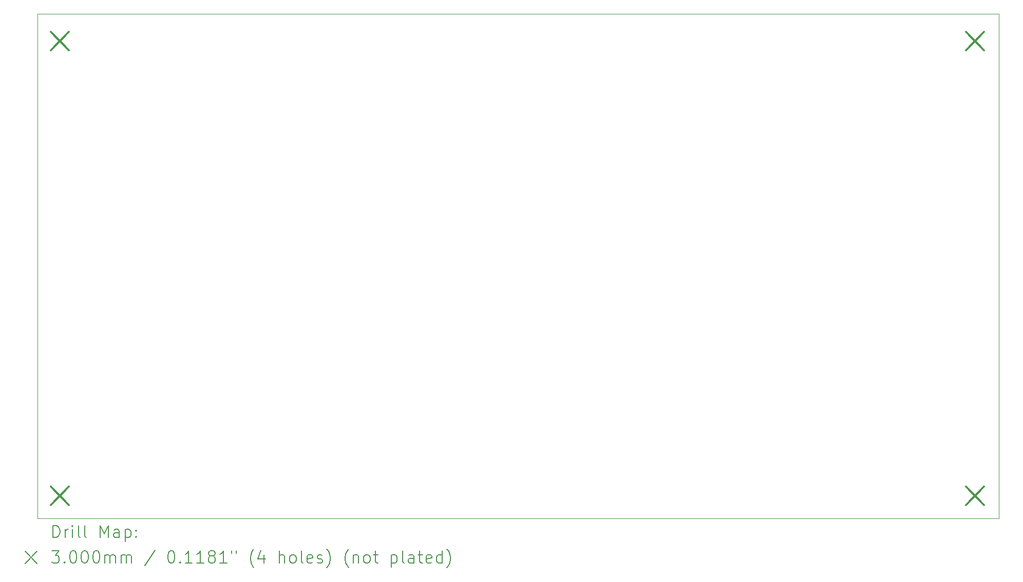
<source format=gbr>
%TF.GenerationSoftware,KiCad,Pcbnew,9.0.1*%
%TF.CreationDate,2025-05-20T14:35:32+01:00*%
%TF.ProjectId,DST,4453542e-6b69-4636-9164-5f7063625858,rev?*%
%TF.SameCoordinates,Original*%
%TF.FileFunction,Drillmap*%
%TF.FilePolarity,Positive*%
%FSLAX45Y45*%
G04 Gerber Fmt 4.5, Leading zero omitted, Abs format (unit mm)*
G04 Created by KiCad (PCBNEW 9.0.1) date 2025-05-20 14:35:32*
%MOMM*%
%LPD*%
G01*
G04 APERTURE LIST*
%ADD10C,0.050000*%
%ADD11C,0.200000*%
%ADD12C,0.300000*%
G04 APERTURE END LIST*
D10*
X9420000Y-4980000D02*
X25270000Y-4980000D01*
X25270000Y-13305000D01*
X9420000Y-13305000D01*
X9420000Y-4980000D01*
D11*
D12*
X9640000Y-5280000D02*
X9940000Y-5580000D01*
X9940000Y-5280000D02*
X9640000Y-5580000D01*
X9640000Y-12780000D02*
X9940000Y-13080000D01*
X9940000Y-12780000D02*
X9640000Y-13080000D01*
X24730000Y-5280000D02*
X25030000Y-5580000D01*
X25030000Y-5280000D02*
X24730000Y-5580000D01*
X24730000Y-12780000D02*
X25030000Y-13080000D01*
X25030000Y-12780000D02*
X24730000Y-13080000D01*
D11*
X9678277Y-13618984D02*
X9678277Y-13418984D01*
X9678277Y-13418984D02*
X9725896Y-13418984D01*
X9725896Y-13418984D02*
X9754467Y-13428508D01*
X9754467Y-13428508D02*
X9773515Y-13447555D01*
X9773515Y-13447555D02*
X9783039Y-13466603D01*
X9783039Y-13466603D02*
X9792563Y-13504698D01*
X9792563Y-13504698D02*
X9792563Y-13533269D01*
X9792563Y-13533269D02*
X9783039Y-13571365D01*
X9783039Y-13571365D02*
X9773515Y-13590412D01*
X9773515Y-13590412D02*
X9754467Y-13609460D01*
X9754467Y-13609460D02*
X9725896Y-13618984D01*
X9725896Y-13618984D02*
X9678277Y-13618984D01*
X9878277Y-13618984D02*
X9878277Y-13485650D01*
X9878277Y-13523746D02*
X9887801Y-13504698D01*
X9887801Y-13504698D02*
X9897324Y-13495174D01*
X9897324Y-13495174D02*
X9916372Y-13485650D01*
X9916372Y-13485650D02*
X9935420Y-13485650D01*
X10002086Y-13618984D02*
X10002086Y-13485650D01*
X10002086Y-13418984D02*
X9992563Y-13428508D01*
X9992563Y-13428508D02*
X10002086Y-13438031D01*
X10002086Y-13438031D02*
X10011610Y-13428508D01*
X10011610Y-13428508D02*
X10002086Y-13418984D01*
X10002086Y-13418984D02*
X10002086Y-13438031D01*
X10125896Y-13618984D02*
X10106848Y-13609460D01*
X10106848Y-13609460D02*
X10097324Y-13590412D01*
X10097324Y-13590412D02*
X10097324Y-13418984D01*
X10230658Y-13618984D02*
X10211610Y-13609460D01*
X10211610Y-13609460D02*
X10202086Y-13590412D01*
X10202086Y-13590412D02*
X10202086Y-13418984D01*
X10459229Y-13618984D02*
X10459229Y-13418984D01*
X10459229Y-13418984D02*
X10525896Y-13561841D01*
X10525896Y-13561841D02*
X10592563Y-13418984D01*
X10592563Y-13418984D02*
X10592563Y-13618984D01*
X10773515Y-13618984D02*
X10773515Y-13514222D01*
X10773515Y-13514222D02*
X10763991Y-13495174D01*
X10763991Y-13495174D02*
X10744944Y-13485650D01*
X10744944Y-13485650D02*
X10706848Y-13485650D01*
X10706848Y-13485650D02*
X10687801Y-13495174D01*
X10773515Y-13609460D02*
X10754467Y-13618984D01*
X10754467Y-13618984D02*
X10706848Y-13618984D01*
X10706848Y-13618984D02*
X10687801Y-13609460D01*
X10687801Y-13609460D02*
X10678277Y-13590412D01*
X10678277Y-13590412D02*
X10678277Y-13571365D01*
X10678277Y-13571365D02*
X10687801Y-13552317D01*
X10687801Y-13552317D02*
X10706848Y-13542793D01*
X10706848Y-13542793D02*
X10754467Y-13542793D01*
X10754467Y-13542793D02*
X10773515Y-13533269D01*
X10868753Y-13485650D02*
X10868753Y-13685650D01*
X10868753Y-13495174D02*
X10887801Y-13485650D01*
X10887801Y-13485650D02*
X10925896Y-13485650D01*
X10925896Y-13485650D02*
X10944944Y-13495174D01*
X10944944Y-13495174D02*
X10954467Y-13504698D01*
X10954467Y-13504698D02*
X10963991Y-13523746D01*
X10963991Y-13523746D02*
X10963991Y-13580888D01*
X10963991Y-13580888D02*
X10954467Y-13599936D01*
X10954467Y-13599936D02*
X10944944Y-13609460D01*
X10944944Y-13609460D02*
X10925896Y-13618984D01*
X10925896Y-13618984D02*
X10887801Y-13618984D01*
X10887801Y-13618984D02*
X10868753Y-13609460D01*
X11049705Y-13599936D02*
X11059229Y-13609460D01*
X11059229Y-13609460D02*
X11049705Y-13618984D01*
X11049705Y-13618984D02*
X11040182Y-13609460D01*
X11040182Y-13609460D02*
X11049705Y-13599936D01*
X11049705Y-13599936D02*
X11049705Y-13618984D01*
X11049705Y-13495174D02*
X11059229Y-13504698D01*
X11059229Y-13504698D02*
X11049705Y-13514222D01*
X11049705Y-13514222D02*
X11040182Y-13504698D01*
X11040182Y-13504698D02*
X11049705Y-13495174D01*
X11049705Y-13495174D02*
X11049705Y-13514222D01*
X9217500Y-13847500D02*
X9417500Y-14047500D01*
X9417500Y-13847500D02*
X9217500Y-14047500D01*
X9659229Y-13838984D02*
X9783039Y-13838984D01*
X9783039Y-13838984D02*
X9716372Y-13915174D01*
X9716372Y-13915174D02*
X9744944Y-13915174D01*
X9744944Y-13915174D02*
X9763991Y-13924698D01*
X9763991Y-13924698D02*
X9773515Y-13934222D01*
X9773515Y-13934222D02*
X9783039Y-13953269D01*
X9783039Y-13953269D02*
X9783039Y-14000888D01*
X9783039Y-14000888D02*
X9773515Y-14019936D01*
X9773515Y-14019936D02*
X9763991Y-14029460D01*
X9763991Y-14029460D02*
X9744944Y-14038984D01*
X9744944Y-14038984D02*
X9687801Y-14038984D01*
X9687801Y-14038984D02*
X9668753Y-14029460D01*
X9668753Y-14029460D02*
X9659229Y-14019936D01*
X9868753Y-14019936D02*
X9878277Y-14029460D01*
X9878277Y-14029460D02*
X9868753Y-14038984D01*
X9868753Y-14038984D02*
X9859229Y-14029460D01*
X9859229Y-14029460D02*
X9868753Y-14019936D01*
X9868753Y-14019936D02*
X9868753Y-14038984D01*
X10002086Y-13838984D02*
X10021134Y-13838984D01*
X10021134Y-13838984D02*
X10040182Y-13848508D01*
X10040182Y-13848508D02*
X10049705Y-13858031D01*
X10049705Y-13858031D02*
X10059229Y-13877079D01*
X10059229Y-13877079D02*
X10068753Y-13915174D01*
X10068753Y-13915174D02*
X10068753Y-13962793D01*
X10068753Y-13962793D02*
X10059229Y-14000888D01*
X10059229Y-14000888D02*
X10049705Y-14019936D01*
X10049705Y-14019936D02*
X10040182Y-14029460D01*
X10040182Y-14029460D02*
X10021134Y-14038984D01*
X10021134Y-14038984D02*
X10002086Y-14038984D01*
X10002086Y-14038984D02*
X9983039Y-14029460D01*
X9983039Y-14029460D02*
X9973515Y-14019936D01*
X9973515Y-14019936D02*
X9963991Y-14000888D01*
X9963991Y-14000888D02*
X9954467Y-13962793D01*
X9954467Y-13962793D02*
X9954467Y-13915174D01*
X9954467Y-13915174D02*
X9963991Y-13877079D01*
X9963991Y-13877079D02*
X9973515Y-13858031D01*
X9973515Y-13858031D02*
X9983039Y-13848508D01*
X9983039Y-13848508D02*
X10002086Y-13838984D01*
X10192563Y-13838984D02*
X10211610Y-13838984D01*
X10211610Y-13838984D02*
X10230658Y-13848508D01*
X10230658Y-13848508D02*
X10240182Y-13858031D01*
X10240182Y-13858031D02*
X10249705Y-13877079D01*
X10249705Y-13877079D02*
X10259229Y-13915174D01*
X10259229Y-13915174D02*
X10259229Y-13962793D01*
X10259229Y-13962793D02*
X10249705Y-14000888D01*
X10249705Y-14000888D02*
X10240182Y-14019936D01*
X10240182Y-14019936D02*
X10230658Y-14029460D01*
X10230658Y-14029460D02*
X10211610Y-14038984D01*
X10211610Y-14038984D02*
X10192563Y-14038984D01*
X10192563Y-14038984D02*
X10173515Y-14029460D01*
X10173515Y-14029460D02*
X10163991Y-14019936D01*
X10163991Y-14019936D02*
X10154467Y-14000888D01*
X10154467Y-14000888D02*
X10144944Y-13962793D01*
X10144944Y-13962793D02*
X10144944Y-13915174D01*
X10144944Y-13915174D02*
X10154467Y-13877079D01*
X10154467Y-13877079D02*
X10163991Y-13858031D01*
X10163991Y-13858031D02*
X10173515Y-13848508D01*
X10173515Y-13848508D02*
X10192563Y-13838984D01*
X10383039Y-13838984D02*
X10402086Y-13838984D01*
X10402086Y-13838984D02*
X10421134Y-13848508D01*
X10421134Y-13848508D02*
X10430658Y-13858031D01*
X10430658Y-13858031D02*
X10440182Y-13877079D01*
X10440182Y-13877079D02*
X10449705Y-13915174D01*
X10449705Y-13915174D02*
X10449705Y-13962793D01*
X10449705Y-13962793D02*
X10440182Y-14000888D01*
X10440182Y-14000888D02*
X10430658Y-14019936D01*
X10430658Y-14019936D02*
X10421134Y-14029460D01*
X10421134Y-14029460D02*
X10402086Y-14038984D01*
X10402086Y-14038984D02*
X10383039Y-14038984D01*
X10383039Y-14038984D02*
X10363991Y-14029460D01*
X10363991Y-14029460D02*
X10354467Y-14019936D01*
X10354467Y-14019936D02*
X10344944Y-14000888D01*
X10344944Y-14000888D02*
X10335420Y-13962793D01*
X10335420Y-13962793D02*
X10335420Y-13915174D01*
X10335420Y-13915174D02*
X10344944Y-13877079D01*
X10344944Y-13877079D02*
X10354467Y-13858031D01*
X10354467Y-13858031D02*
X10363991Y-13848508D01*
X10363991Y-13848508D02*
X10383039Y-13838984D01*
X10535420Y-14038984D02*
X10535420Y-13905650D01*
X10535420Y-13924698D02*
X10544944Y-13915174D01*
X10544944Y-13915174D02*
X10563991Y-13905650D01*
X10563991Y-13905650D02*
X10592563Y-13905650D01*
X10592563Y-13905650D02*
X10611610Y-13915174D01*
X10611610Y-13915174D02*
X10621134Y-13934222D01*
X10621134Y-13934222D02*
X10621134Y-14038984D01*
X10621134Y-13934222D02*
X10630658Y-13915174D01*
X10630658Y-13915174D02*
X10649705Y-13905650D01*
X10649705Y-13905650D02*
X10678277Y-13905650D01*
X10678277Y-13905650D02*
X10697325Y-13915174D01*
X10697325Y-13915174D02*
X10706848Y-13934222D01*
X10706848Y-13934222D02*
X10706848Y-14038984D01*
X10802086Y-14038984D02*
X10802086Y-13905650D01*
X10802086Y-13924698D02*
X10811610Y-13915174D01*
X10811610Y-13915174D02*
X10830658Y-13905650D01*
X10830658Y-13905650D02*
X10859229Y-13905650D01*
X10859229Y-13905650D02*
X10878277Y-13915174D01*
X10878277Y-13915174D02*
X10887801Y-13934222D01*
X10887801Y-13934222D02*
X10887801Y-14038984D01*
X10887801Y-13934222D02*
X10897325Y-13915174D01*
X10897325Y-13915174D02*
X10916372Y-13905650D01*
X10916372Y-13905650D02*
X10944944Y-13905650D01*
X10944944Y-13905650D02*
X10963991Y-13915174D01*
X10963991Y-13915174D02*
X10973515Y-13934222D01*
X10973515Y-13934222D02*
X10973515Y-14038984D01*
X11363991Y-13829460D02*
X11192563Y-14086603D01*
X11621134Y-13838984D02*
X11640182Y-13838984D01*
X11640182Y-13838984D02*
X11659229Y-13848508D01*
X11659229Y-13848508D02*
X11668753Y-13858031D01*
X11668753Y-13858031D02*
X11678277Y-13877079D01*
X11678277Y-13877079D02*
X11687801Y-13915174D01*
X11687801Y-13915174D02*
X11687801Y-13962793D01*
X11687801Y-13962793D02*
X11678277Y-14000888D01*
X11678277Y-14000888D02*
X11668753Y-14019936D01*
X11668753Y-14019936D02*
X11659229Y-14029460D01*
X11659229Y-14029460D02*
X11640182Y-14038984D01*
X11640182Y-14038984D02*
X11621134Y-14038984D01*
X11621134Y-14038984D02*
X11602086Y-14029460D01*
X11602086Y-14029460D02*
X11592563Y-14019936D01*
X11592563Y-14019936D02*
X11583039Y-14000888D01*
X11583039Y-14000888D02*
X11573515Y-13962793D01*
X11573515Y-13962793D02*
X11573515Y-13915174D01*
X11573515Y-13915174D02*
X11583039Y-13877079D01*
X11583039Y-13877079D02*
X11592563Y-13858031D01*
X11592563Y-13858031D02*
X11602086Y-13848508D01*
X11602086Y-13848508D02*
X11621134Y-13838984D01*
X11773515Y-14019936D02*
X11783039Y-14029460D01*
X11783039Y-14029460D02*
X11773515Y-14038984D01*
X11773515Y-14038984D02*
X11763991Y-14029460D01*
X11763991Y-14029460D02*
X11773515Y-14019936D01*
X11773515Y-14019936D02*
X11773515Y-14038984D01*
X11973515Y-14038984D02*
X11859229Y-14038984D01*
X11916372Y-14038984D02*
X11916372Y-13838984D01*
X11916372Y-13838984D02*
X11897325Y-13867555D01*
X11897325Y-13867555D02*
X11878277Y-13886603D01*
X11878277Y-13886603D02*
X11859229Y-13896127D01*
X12163991Y-14038984D02*
X12049706Y-14038984D01*
X12106848Y-14038984D02*
X12106848Y-13838984D01*
X12106848Y-13838984D02*
X12087801Y-13867555D01*
X12087801Y-13867555D02*
X12068753Y-13886603D01*
X12068753Y-13886603D02*
X12049706Y-13896127D01*
X12278277Y-13924698D02*
X12259229Y-13915174D01*
X12259229Y-13915174D02*
X12249706Y-13905650D01*
X12249706Y-13905650D02*
X12240182Y-13886603D01*
X12240182Y-13886603D02*
X12240182Y-13877079D01*
X12240182Y-13877079D02*
X12249706Y-13858031D01*
X12249706Y-13858031D02*
X12259229Y-13848508D01*
X12259229Y-13848508D02*
X12278277Y-13838984D01*
X12278277Y-13838984D02*
X12316372Y-13838984D01*
X12316372Y-13838984D02*
X12335420Y-13848508D01*
X12335420Y-13848508D02*
X12344944Y-13858031D01*
X12344944Y-13858031D02*
X12354467Y-13877079D01*
X12354467Y-13877079D02*
X12354467Y-13886603D01*
X12354467Y-13886603D02*
X12344944Y-13905650D01*
X12344944Y-13905650D02*
X12335420Y-13915174D01*
X12335420Y-13915174D02*
X12316372Y-13924698D01*
X12316372Y-13924698D02*
X12278277Y-13924698D01*
X12278277Y-13924698D02*
X12259229Y-13934222D01*
X12259229Y-13934222D02*
X12249706Y-13943746D01*
X12249706Y-13943746D02*
X12240182Y-13962793D01*
X12240182Y-13962793D02*
X12240182Y-14000888D01*
X12240182Y-14000888D02*
X12249706Y-14019936D01*
X12249706Y-14019936D02*
X12259229Y-14029460D01*
X12259229Y-14029460D02*
X12278277Y-14038984D01*
X12278277Y-14038984D02*
X12316372Y-14038984D01*
X12316372Y-14038984D02*
X12335420Y-14029460D01*
X12335420Y-14029460D02*
X12344944Y-14019936D01*
X12344944Y-14019936D02*
X12354467Y-14000888D01*
X12354467Y-14000888D02*
X12354467Y-13962793D01*
X12354467Y-13962793D02*
X12344944Y-13943746D01*
X12344944Y-13943746D02*
X12335420Y-13934222D01*
X12335420Y-13934222D02*
X12316372Y-13924698D01*
X12544944Y-14038984D02*
X12430658Y-14038984D01*
X12487801Y-14038984D02*
X12487801Y-13838984D01*
X12487801Y-13838984D02*
X12468753Y-13867555D01*
X12468753Y-13867555D02*
X12449706Y-13886603D01*
X12449706Y-13886603D02*
X12430658Y-13896127D01*
X12621134Y-13838984D02*
X12621134Y-13877079D01*
X12697325Y-13838984D02*
X12697325Y-13877079D01*
X12992563Y-14115174D02*
X12983039Y-14105650D01*
X12983039Y-14105650D02*
X12963991Y-14077079D01*
X12963991Y-14077079D02*
X12954468Y-14058031D01*
X12954468Y-14058031D02*
X12944944Y-14029460D01*
X12944944Y-14029460D02*
X12935420Y-13981841D01*
X12935420Y-13981841D02*
X12935420Y-13943746D01*
X12935420Y-13943746D02*
X12944944Y-13896127D01*
X12944944Y-13896127D02*
X12954468Y-13867555D01*
X12954468Y-13867555D02*
X12963991Y-13848508D01*
X12963991Y-13848508D02*
X12983039Y-13819936D01*
X12983039Y-13819936D02*
X12992563Y-13810412D01*
X13154468Y-13905650D02*
X13154468Y-14038984D01*
X13106848Y-13829460D02*
X13059229Y-13972317D01*
X13059229Y-13972317D02*
X13183039Y-13972317D01*
X13411610Y-14038984D02*
X13411610Y-13838984D01*
X13497325Y-14038984D02*
X13497325Y-13934222D01*
X13497325Y-13934222D02*
X13487801Y-13915174D01*
X13487801Y-13915174D02*
X13468753Y-13905650D01*
X13468753Y-13905650D02*
X13440182Y-13905650D01*
X13440182Y-13905650D02*
X13421134Y-13915174D01*
X13421134Y-13915174D02*
X13411610Y-13924698D01*
X13621134Y-14038984D02*
X13602087Y-14029460D01*
X13602087Y-14029460D02*
X13592563Y-14019936D01*
X13592563Y-14019936D02*
X13583039Y-14000888D01*
X13583039Y-14000888D02*
X13583039Y-13943746D01*
X13583039Y-13943746D02*
X13592563Y-13924698D01*
X13592563Y-13924698D02*
X13602087Y-13915174D01*
X13602087Y-13915174D02*
X13621134Y-13905650D01*
X13621134Y-13905650D02*
X13649706Y-13905650D01*
X13649706Y-13905650D02*
X13668753Y-13915174D01*
X13668753Y-13915174D02*
X13678277Y-13924698D01*
X13678277Y-13924698D02*
X13687801Y-13943746D01*
X13687801Y-13943746D02*
X13687801Y-14000888D01*
X13687801Y-14000888D02*
X13678277Y-14019936D01*
X13678277Y-14019936D02*
X13668753Y-14029460D01*
X13668753Y-14029460D02*
X13649706Y-14038984D01*
X13649706Y-14038984D02*
X13621134Y-14038984D01*
X13802087Y-14038984D02*
X13783039Y-14029460D01*
X13783039Y-14029460D02*
X13773515Y-14010412D01*
X13773515Y-14010412D02*
X13773515Y-13838984D01*
X13954468Y-14029460D02*
X13935420Y-14038984D01*
X13935420Y-14038984D02*
X13897325Y-14038984D01*
X13897325Y-14038984D02*
X13878277Y-14029460D01*
X13878277Y-14029460D02*
X13868753Y-14010412D01*
X13868753Y-14010412D02*
X13868753Y-13934222D01*
X13868753Y-13934222D02*
X13878277Y-13915174D01*
X13878277Y-13915174D02*
X13897325Y-13905650D01*
X13897325Y-13905650D02*
X13935420Y-13905650D01*
X13935420Y-13905650D02*
X13954468Y-13915174D01*
X13954468Y-13915174D02*
X13963991Y-13934222D01*
X13963991Y-13934222D02*
X13963991Y-13953269D01*
X13963991Y-13953269D02*
X13868753Y-13972317D01*
X14040182Y-14029460D02*
X14059230Y-14038984D01*
X14059230Y-14038984D02*
X14097325Y-14038984D01*
X14097325Y-14038984D02*
X14116372Y-14029460D01*
X14116372Y-14029460D02*
X14125896Y-14010412D01*
X14125896Y-14010412D02*
X14125896Y-14000888D01*
X14125896Y-14000888D02*
X14116372Y-13981841D01*
X14116372Y-13981841D02*
X14097325Y-13972317D01*
X14097325Y-13972317D02*
X14068753Y-13972317D01*
X14068753Y-13972317D02*
X14049706Y-13962793D01*
X14049706Y-13962793D02*
X14040182Y-13943746D01*
X14040182Y-13943746D02*
X14040182Y-13934222D01*
X14040182Y-13934222D02*
X14049706Y-13915174D01*
X14049706Y-13915174D02*
X14068753Y-13905650D01*
X14068753Y-13905650D02*
X14097325Y-13905650D01*
X14097325Y-13905650D02*
X14116372Y-13915174D01*
X14192563Y-14115174D02*
X14202087Y-14105650D01*
X14202087Y-14105650D02*
X14221134Y-14077079D01*
X14221134Y-14077079D02*
X14230658Y-14058031D01*
X14230658Y-14058031D02*
X14240182Y-14029460D01*
X14240182Y-14029460D02*
X14249706Y-13981841D01*
X14249706Y-13981841D02*
X14249706Y-13943746D01*
X14249706Y-13943746D02*
X14240182Y-13896127D01*
X14240182Y-13896127D02*
X14230658Y-13867555D01*
X14230658Y-13867555D02*
X14221134Y-13848508D01*
X14221134Y-13848508D02*
X14202087Y-13819936D01*
X14202087Y-13819936D02*
X14192563Y-13810412D01*
X14554468Y-14115174D02*
X14544944Y-14105650D01*
X14544944Y-14105650D02*
X14525896Y-14077079D01*
X14525896Y-14077079D02*
X14516372Y-14058031D01*
X14516372Y-14058031D02*
X14506849Y-14029460D01*
X14506849Y-14029460D02*
X14497325Y-13981841D01*
X14497325Y-13981841D02*
X14497325Y-13943746D01*
X14497325Y-13943746D02*
X14506849Y-13896127D01*
X14506849Y-13896127D02*
X14516372Y-13867555D01*
X14516372Y-13867555D02*
X14525896Y-13848508D01*
X14525896Y-13848508D02*
X14544944Y-13819936D01*
X14544944Y-13819936D02*
X14554468Y-13810412D01*
X14630658Y-13905650D02*
X14630658Y-14038984D01*
X14630658Y-13924698D02*
X14640182Y-13915174D01*
X14640182Y-13915174D02*
X14659230Y-13905650D01*
X14659230Y-13905650D02*
X14687801Y-13905650D01*
X14687801Y-13905650D02*
X14706849Y-13915174D01*
X14706849Y-13915174D02*
X14716372Y-13934222D01*
X14716372Y-13934222D02*
X14716372Y-14038984D01*
X14840182Y-14038984D02*
X14821134Y-14029460D01*
X14821134Y-14029460D02*
X14811611Y-14019936D01*
X14811611Y-14019936D02*
X14802087Y-14000888D01*
X14802087Y-14000888D02*
X14802087Y-13943746D01*
X14802087Y-13943746D02*
X14811611Y-13924698D01*
X14811611Y-13924698D02*
X14821134Y-13915174D01*
X14821134Y-13915174D02*
X14840182Y-13905650D01*
X14840182Y-13905650D02*
X14868753Y-13905650D01*
X14868753Y-13905650D02*
X14887801Y-13915174D01*
X14887801Y-13915174D02*
X14897325Y-13924698D01*
X14897325Y-13924698D02*
X14906849Y-13943746D01*
X14906849Y-13943746D02*
X14906849Y-14000888D01*
X14906849Y-14000888D02*
X14897325Y-14019936D01*
X14897325Y-14019936D02*
X14887801Y-14029460D01*
X14887801Y-14029460D02*
X14868753Y-14038984D01*
X14868753Y-14038984D02*
X14840182Y-14038984D01*
X14963992Y-13905650D02*
X15040182Y-13905650D01*
X14992563Y-13838984D02*
X14992563Y-14010412D01*
X14992563Y-14010412D02*
X15002087Y-14029460D01*
X15002087Y-14029460D02*
X15021134Y-14038984D01*
X15021134Y-14038984D02*
X15040182Y-14038984D01*
X15259230Y-13905650D02*
X15259230Y-14105650D01*
X15259230Y-13915174D02*
X15278277Y-13905650D01*
X15278277Y-13905650D02*
X15316373Y-13905650D01*
X15316373Y-13905650D02*
X15335420Y-13915174D01*
X15335420Y-13915174D02*
X15344944Y-13924698D01*
X15344944Y-13924698D02*
X15354468Y-13943746D01*
X15354468Y-13943746D02*
X15354468Y-14000888D01*
X15354468Y-14000888D02*
X15344944Y-14019936D01*
X15344944Y-14019936D02*
X15335420Y-14029460D01*
X15335420Y-14029460D02*
X15316373Y-14038984D01*
X15316373Y-14038984D02*
X15278277Y-14038984D01*
X15278277Y-14038984D02*
X15259230Y-14029460D01*
X15468753Y-14038984D02*
X15449706Y-14029460D01*
X15449706Y-14029460D02*
X15440182Y-14010412D01*
X15440182Y-14010412D02*
X15440182Y-13838984D01*
X15630658Y-14038984D02*
X15630658Y-13934222D01*
X15630658Y-13934222D02*
X15621134Y-13915174D01*
X15621134Y-13915174D02*
X15602087Y-13905650D01*
X15602087Y-13905650D02*
X15563992Y-13905650D01*
X15563992Y-13905650D02*
X15544944Y-13915174D01*
X15630658Y-14029460D02*
X15611611Y-14038984D01*
X15611611Y-14038984D02*
X15563992Y-14038984D01*
X15563992Y-14038984D02*
X15544944Y-14029460D01*
X15544944Y-14029460D02*
X15535420Y-14010412D01*
X15535420Y-14010412D02*
X15535420Y-13991365D01*
X15535420Y-13991365D02*
X15544944Y-13972317D01*
X15544944Y-13972317D02*
X15563992Y-13962793D01*
X15563992Y-13962793D02*
X15611611Y-13962793D01*
X15611611Y-13962793D02*
X15630658Y-13953269D01*
X15697325Y-13905650D02*
X15773515Y-13905650D01*
X15725896Y-13838984D02*
X15725896Y-14010412D01*
X15725896Y-14010412D02*
X15735420Y-14029460D01*
X15735420Y-14029460D02*
X15754468Y-14038984D01*
X15754468Y-14038984D02*
X15773515Y-14038984D01*
X15916373Y-14029460D02*
X15897325Y-14038984D01*
X15897325Y-14038984D02*
X15859230Y-14038984D01*
X15859230Y-14038984D02*
X15840182Y-14029460D01*
X15840182Y-14029460D02*
X15830658Y-14010412D01*
X15830658Y-14010412D02*
X15830658Y-13934222D01*
X15830658Y-13934222D02*
X15840182Y-13915174D01*
X15840182Y-13915174D02*
X15859230Y-13905650D01*
X15859230Y-13905650D02*
X15897325Y-13905650D01*
X15897325Y-13905650D02*
X15916373Y-13915174D01*
X15916373Y-13915174D02*
X15925896Y-13934222D01*
X15925896Y-13934222D02*
X15925896Y-13953269D01*
X15925896Y-13953269D02*
X15830658Y-13972317D01*
X16097325Y-14038984D02*
X16097325Y-13838984D01*
X16097325Y-14029460D02*
X16078277Y-14038984D01*
X16078277Y-14038984D02*
X16040182Y-14038984D01*
X16040182Y-14038984D02*
X16021134Y-14029460D01*
X16021134Y-14029460D02*
X16011611Y-14019936D01*
X16011611Y-14019936D02*
X16002087Y-14000888D01*
X16002087Y-14000888D02*
X16002087Y-13943746D01*
X16002087Y-13943746D02*
X16011611Y-13924698D01*
X16011611Y-13924698D02*
X16021134Y-13915174D01*
X16021134Y-13915174D02*
X16040182Y-13905650D01*
X16040182Y-13905650D02*
X16078277Y-13905650D01*
X16078277Y-13905650D02*
X16097325Y-13915174D01*
X16173515Y-14115174D02*
X16183039Y-14105650D01*
X16183039Y-14105650D02*
X16202087Y-14077079D01*
X16202087Y-14077079D02*
X16211611Y-14058031D01*
X16211611Y-14058031D02*
X16221134Y-14029460D01*
X16221134Y-14029460D02*
X16230658Y-13981841D01*
X16230658Y-13981841D02*
X16230658Y-13943746D01*
X16230658Y-13943746D02*
X16221134Y-13896127D01*
X16221134Y-13896127D02*
X16211611Y-13867555D01*
X16211611Y-13867555D02*
X16202087Y-13848508D01*
X16202087Y-13848508D02*
X16183039Y-13819936D01*
X16183039Y-13819936D02*
X16173515Y-13810412D01*
M02*

</source>
